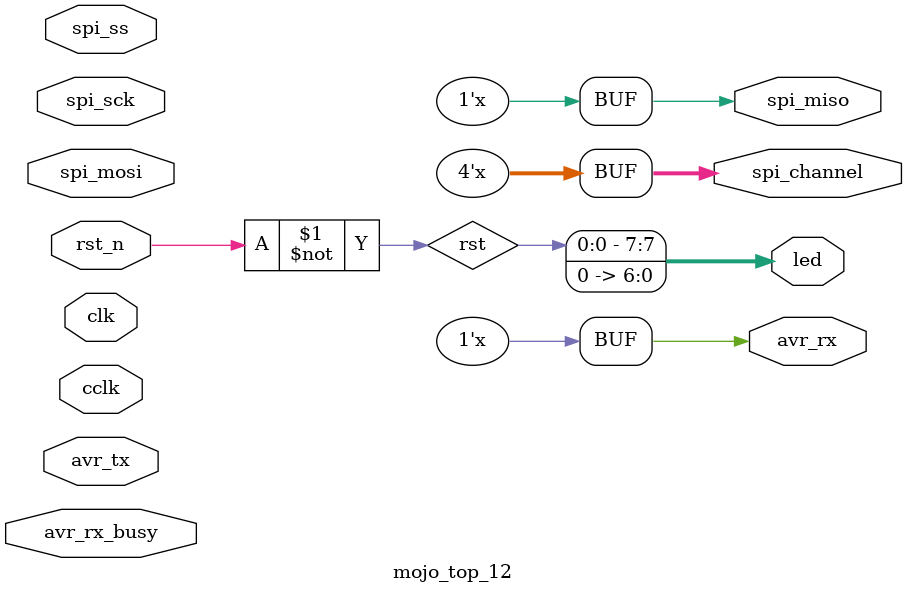
<source format=v>
module mojo_top_12(
    input clk,
    input rst_n,
    input cclk,
    output[7:0]led,
    output spi_miso,
    input spi_ss,
    input spi_mosi,
    input spi_sck,
    output [3:0] spi_channel,
    input avr_tx, 
    output avr_rx, 
    input avr_rx_busy 
    );
wire rst = ~rst_n; 
wire [9:0] array; 
assign spi_miso = 1'bz;   
assign avr_rx = 1'bz;
assign spi_channel = 4'bzzzz;
assign led[6:0] = 7'b0; 
assign led[7] = rst; 
endmodule
</source>
